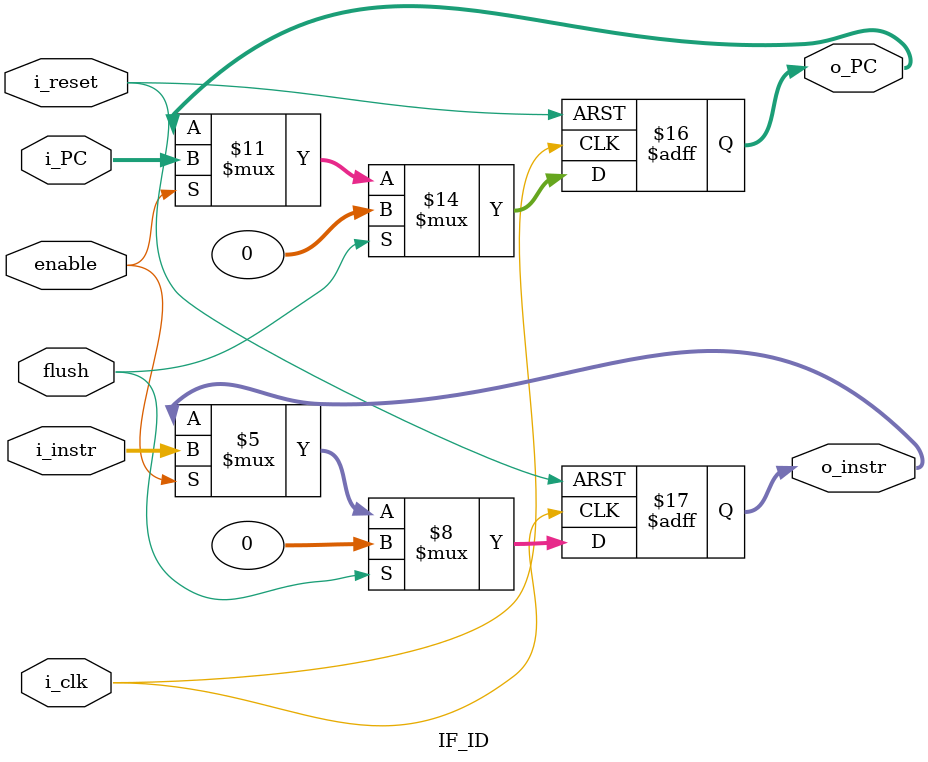
<source format=sv>
module IF_ID (
  input logic             i_clk, i_reset, enable, flush,
  input logic     [31:0] i_PC, i_instr,
  output logic [31:0] o_PC, o_instr
);

  always_ff @(posedge i_clk or negedge i_reset) begin
    if(!i_reset) begin
      o_PC   <= 32'd0;
      o_instr <= 32'd0;
    end 
    else if(flush) begin
      o_PC   <= 32'd0;
      o_instr <= 32'd0;
    end else if(!enable) begin
      o_PC   <= o_PC;
      o_instr <= o_instr;
    end
    else begin
      o_PC <= i_PC;
      o_instr <= i_instr;
    end
  end

endmodule
</source>
